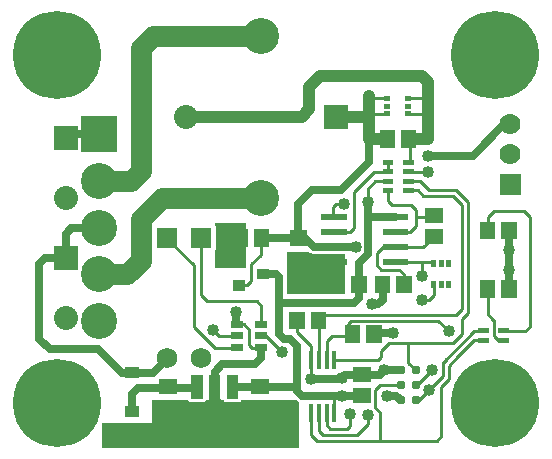
<source format=gtl>
G04 start of page 2 for group 0 idx 0 *
G04 Title: (unknown), top *
G04 Creator: pcb 20140316 *
G04 CreationDate: Thu 21 Jan 2016 04:01:36 PM GMT UTC *
G04 For: ndholmes *
G04 Format: Gerber/RS-274X *
G04 PCB-Dimensions (mil): 1800.00 1500.00 *
G04 PCB-Coordinate-Origin: lower left *
%MOIN*%
%FSLAX25Y25*%
%LNTOP*%
%ADD36C,0.0600*%
%ADD35C,0.1285*%
%ADD34C,0.0390*%
%ADD33C,0.0380*%
%ADD32C,0.0480*%
%ADD31C,0.0200*%
%ADD30R,0.0240X0.0240*%
%ADD29R,0.0945X0.0945*%
%ADD28R,0.0360X0.0360*%
%ADD27R,0.0378X0.0378*%
%ADD26R,0.0130X0.0130*%
%ADD25C,0.0310*%
%ADD24R,0.0340X0.0340*%
%ADD23R,0.0167X0.0167*%
%ADD22R,0.0165X0.0165*%
%ADD21R,0.0200X0.0200*%
%ADD20R,0.0512X0.0512*%
%ADD19C,0.0800*%
%ADD18C,0.2937*%
%ADD17C,0.0680*%
%ADD16C,0.1200*%
%ADD15C,0.0400*%
%ADD14C,0.0100*%
%ADD13C,0.0700*%
%ADD12C,0.0250*%
%ADD11C,0.0001*%
G54D11*G36*
X93500Y67500D02*X100818D01*
X100847Y67471D01*
X100904Y67404D01*
X101173Y67174D01*
X101173Y67174D01*
X101361Y67059D01*
X101475Y66989D01*
X101803Y66854D01*
X102147Y66771D01*
X102147D01*
X102500Y66743D01*
X102588Y66750D01*
X113000D01*
Y53500D01*
X93500D01*
Y67500D01*
G37*
G36*
X52000Y2000D02*X32000D01*
Y10500D01*
X52000D01*
Y2000D01*
G37*
G36*
X48500D02*Y18000D01*
X60579D01*
X60631Y17874D01*
X60730Y17713D01*
X60853Y17570D01*
X60996Y17447D01*
X61158Y17348D01*
X61332Y17276D01*
X61516Y17232D01*
X61704Y17221D01*
X65672Y17232D01*
X65856Y17276D01*
X66030Y17348D01*
X66192Y17447D01*
X66335Y17570D01*
X66458Y17713D01*
X66556Y17874D01*
X66609Y18000D01*
X67306D01*
X67354Y17803D01*
X67489Y17475D01*
X67674Y17173D01*
X67904Y16904D01*
X68173Y16674D01*
X68475Y16489D01*
X68803Y16354D01*
X69147Y16271D01*
X69500Y16243D01*
X69853Y16271D01*
X70197Y16354D01*
X70525Y16489D01*
X70827Y16674D01*
X71096Y16904D01*
X71326Y17173D01*
X71511Y17475D01*
X71646Y17803D01*
X71694Y18000D01*
X72391D01*
X72443Y17874D01*
X72542Y17713D01*
X72665Y17570D01*
X72808Y17447D01*
X72970Y17348D01*
X73144Y17276D01*
X73328Y17232D01*
X73516Y17221D01*
X77484Y17232D01*
X77668Y17276D01*
X77842Y17348D01*
X78004Y17447D01*
X78147Y17570D01*
X78270Y17713D01*
X78368Y17874D01*
X78421Y18000D01*
X93000D01*
Y2000D01*
X48500D01*
G37*
G36*
X53000D02*Y18000D01*
X60579D01*
X60631Y17874D01*
X60730Y17713D01*
X60853Y17570D01*
X60996Y17447D01*
X61158Y17348D01*
X61332Y17276D01*
X61516Y17232D01*
X61704Y17221D01*
X65672Y17232D01*
X65856Y17276D01*
X66030Y17348D01*
X66192Y17447D01*
X66335Y17570D01*
X66458Y17713D01*
X66556Y17874D01*
X66609Y18000D01*
X67306D01*
X67354Y17803D01*
X67489Y17475D01*
X67674Y17173D01*
X67904Y16904D01*
X68173Y16674D01*
X68475Y16489D01*
X68803Y16354D01*
X69147Y16271D01*
X69500Y16243D01*
X69853Y16271D01*
X70197Y16354D01*
X70525Y16489D01*
X70827Y16674D01*
X71096Y16904D01*
X71326Y17173D01*
X71511Y17475D01*
X71646Y17803D01*
X71694Y18000D01*
X72391D01*
X72443Y17874D01*
X72542Y17713D01*
X72665Y17570D01*
X72808Y17447D01*
X72970Y17348D01*
X73144Y17276D01*
X73328Y17232D01*
X73516Y17221D01*
X77484Y17232D01*
X77668Y17276D01*
X77842Y17348D01*
X78004Y17447D01*
X78147Y17570D01*
X78270Y17713D01*
X78368Y17874D01*
X78421Y18000D01*
X96818D01*
X96847Y17971D01*
X96904Y17904D01*
X97173Y17674D01*
X97173Y17674D01*
X97410Y17529D01*
X97475Y17489D01*
X97500Y17479D01*
Y2000D01*
X53000D01*
G37*
G36*
X80000Y62000D02*X69500D01*
Y67578D01*
X69617Y67716D01*
X69741Y67917D01*
X69831Y68135D01*
X69886Y68365D01*
X69900Y68600D01*
X69886Y75635D01*
X69831Y75865D01*
X69741Y76083D01*
X69617Y76284D01*
X69500Y76422D01*
Y77000D01*
X80000D01*
Y62000D01*
G37*
G54D12*X42000Y14184D02*Y20000D01*
X44000Y22000D01*
X54000Y32000D02*X49000Y27000D01*
X42084D01*
X42000Y27084D01*
X43000Y27000D02*X38500D01*
X30500Y35000D01*
X26000D01*
X27000D02*X14500D01*
X11000Y38500D01*
X44000Y22000D02*X63236D01*
X63594Y22358D01*
X31000Y106700D02*X21200D01*
X20000Y105500D01*
G54D13*X45000Y94500D02*Y135500D01*
X49000Y139500D01*
X52000Y85500D02*X85000D01*
G54D14*Y71957D02*X85043Y72000D01*
G54D12*X20000Y73500D02*X22000Y75500D01*
X31000D01*
X20000Y73500D02*X21750Y75250D01*
G54D13*X40400Y59900D02*X45000Y64500D01*
G54D14*X54000Y71500D02*X62500Y63000D01*
Y42500D01*
X69500Y35500D01*
X65000Y72000D02*Y53000D01*
X67000Y51000D01*
G54D12*X29800Y45500D02*X31000Y44300D01*
G54D13*Y91100D02*X41600D01*
X45000Y94500D01*
X31000Y59900D02*X40400D01*
X45000Y64500D02*Y78500D01*
X52000Y85500D01*
G54D14*X54000Y72000D02*Y71500D01*
G54D12*X11000Y41000D02*Y63500D01*
Y38500D02*Y46500D01*
Y63500D02*X13000Y65500D01*
X20000D01*
Y73500D01*
G54D14*X77500Y56200D02*X80200D01*
X85000Y66500D02*Y71957D01*
X80200Y56200D02*X81750Y57750D01*
Y63250D01*
X85000Y66500D01*
Y68000D01*
X67000Y51000D02*X74500D01*
X74000D02*X83500D01*
X76700Y39500D02*X76800Y39400D01*
X69500Y35500D02*X76800D01*
X82000D02*X85000D01*
X76700Y39500D02*X71000D01*
X69000Y41500D01*
X81000D02*Y36500D01*
X82000Y35500D01*
G54D12*X91000Y51000D02*Y40000D01*
X92500Y38500D01*
X94500D01*
G54D14*X85000Y39400D02*X86600D01*
X76800Y43300D02*X79200D01*
X81000Y41500D01*
X83500Y51000D02*X85000Y49500D01*
Y43300D01*
G54D12*X76500Y47500D02*Y43300D01*
G54D13*X49000Y139500D02*X85000D01*
G54D15*X60000Y112500D02*X97000D01*
X98500D02*X93500D01*
X111000Y126000D02*X138500D01*
X140500Y124000D01*
X114500Y126000D02*X104500D01*
X101000Y122500D01*
X110000Y112500D02*X121000D01*
G54D14*X121440Y118560D02*X121000Y119000D01*
X121940Y113440D02*X121000Y112500D01*
G54D15*X101000Y122500D02*Y115000D01*
X98500Y112500D01*
X121000D02*Y119500D01*
Y105000D01*
G54D14*X126987Y118560D02*X121440D01*
X126987Y113440D02*X121940D01*
G54D12*X168000Y110000D02*X166000D01*
X155500Y99500D01*
X140500D01*
G54D15*Y124000D02*Y105000D01*
G54D14*X134013Y118560D02*X140060D01*
X140500Y119000D01*
X134013Y113440D02*X140440D01*
X140500Y113500D01*
G54D15*X121000Y105000D02*X127000D01*
G54D14*X127304Y97299D02*Y94150D01*
X122650D01*
G54D12*X121000Y97500D02*Y105500D01*
G54D14*X123000Y91000D02*X127304D01*
Y91000D01*
X122650Y94150D02*X116000Y87500D01*
X120500Y88500D02*X123000Y91000D01*
G54D15*X140500Y105000D02*X134086D01*
G54D14*X134500D02*Y97799D01*
G54D12*X111500Y88000D02*X121000Y97500D01*
G54D14*X134000Y94150D02*X140350D01*
X140500Y94000D01*
X134000Y91000D02*X138000D01*
X134000Y87851D02*X137149D01*
X138000Y91000D02*X141000Y88000D01*
G54D12*X97500Y20500D02*X98500Y19500D01*
X110500D01*
G54D14*X101662Y25338D02*X102000Y25000D01*
G54D12*X101500D02*X111500D01*
X113000Y26500D01*
G54D14*X101662Y31358D02*Y25338D01*
X106779Y34721D02*Y37779D01*
G54D12*X97000Y36000D02*Y21000D01*
G54D14*X86600Y39400D02*X92000Y34000D01*
G54D12*X85000Y35500D02*Y32000D01*
X83000Y30000D01*
X97000Y21000D02*X98500Y19500D01*
X75406Y22358D02*X96858D01*
X83000Y30000D02*X72000D01*
X69500Y27500D01*
Y18500D01*
X96858Y22358D02*X97000Y22500D01*
G54D14*X104221Y31358D02*Y39178D01*
X96957Y44500D02*Y40543D01*
X101500Y36000D01*
G54D12*X94500Y38500D02*X97000Y36000D01*
G54D14*X104221Y37721D02*Y44322D01*
X104043Y44500D01*
X106043Y46500D02*X104043Y44500D01*
X106779Y37779D02*X108500Y39500D01*
X101500Y36000D02*Y31520D01*
X101662Y31358D01*
X106779D02*Y35779D01*
X108500Y39500D02*X113957D01*
Y43457D01*
X115000Y44500D01*
G54D12*X99500Y72000D02*X102500Y69000D01*
X97371Y72043D02*Y83371D01*
X102000Y88000D01*
X111500D01*
X99500Y72000D02*X85043D01*
X97371Y72043D02*X97707Y71707D01*
G54D14*X127304Y79196D02*X127500Y79000D01*
X129750Y74000D02*X134500D01*
X136500Y76000D01*
G54D12*X129750Y79000D02*X120750D01*
G54D14*X136500Y76000D02*Y81500D01*
X135000Y83000D01*
X131500D01*
X127304Y87851D02*Y84196D01*
X128500Y83000D01*
X134000D01*
X120500Y84000D02*Y88500D01*
X136500Y79000D02*X141914D01*
X142500Y79586D01*
X137149Y87851D02*X139000Y86000D01*
X149000D01*
X152000Y83000D01*
X141000Y88000D02*X150000D01*
X154000Y84000D01*
X138500Y51500D02*X141000D01*
X138500Y59500D02*Y64000D01*
X141000Y51500D02*X142500Y53000D01*
X111500Y46500D02*X150000D01*
X152000Y48500D01*
Y52000D01*
X142500Y53000D02*Y56426D01*
X142440Y56487D01*
X152000Y45000D02*X154000Y47000D01*
Y50000D01*
X129750Y64000D02*X141954D01*
X142440Y63513D01*
X129750Y69000D02*X125500D01*
X123500Y67000D01*
X128500Y69000D02*X139000D01*
X142500Y72500D01*
X123500Y67000D02*Y63000D01*
G54D12*X117543Y63543D02*X120750Y66750D01*
G54D14*X125000Y61500D02*X131000D01*
X132500Y60000D01*
Y56543D01*
X132543Y56500D01*
G54D12*X91500Y50500D02*X116000D01*
X85700Y60100D02*X89900D01*
X91000Y59000D01*
Y50000D01*
X116000Y50500D02*X117500Y52000D01*
Y56457D01*
X117543Y56500D01*
Y63543D01*
X122000Y50000D02*X124000D01*
X125500Y51500D01*
Y56457D01*
X125457Y56500D01*
G54D14*X123500Y63000D02*X125000Y61500D01*
X114500Y46500D02*X106043D01*
X152000Y83000D02*Y48500D01*
X154000Y84000D02*Y48500D01*
G54D12*X167543Y74500D02*Y55000D01*
G54D14*X160457Y74500D02*Y78957D01*
X162500Y81000D01*
X160457Y55000D02*Y46543D01*
X162500Y44500D01*
X161500Y45500D01*
X162500Y81000D02*X172500D01*
X174500Y79000D01*
Y46000D01*
Y42500D02*Y49000D01*
G54D12*X102500Y69000D02*X108250D01*
X106500D02*X116500D01*
G54D14*X109250Y74000D02*X114500D01*
X116000Y75500D01*
Y85000D01*
Y87500D02*Y83000D01*
X112500Y83500D02*X110000D01*
X109000Y82500D01*
Y79250D01*
X109250Y79000D01*
G54D12*X120750Y66750D02*Y83750D01*
X120500Y84000D01*
G54D14*X109338Y31358D02*X120358D01*
X119000D02*X123858D01*
X125000Y32500D01*
G54D12*X126000Y28000D02*X124500Y26500D01*
X118543D01*
X118500Y26543D01*
X113000Y26500D02*X118500D01*
X118522Y26522D01*
G54D14*X131500Y23000D02*X124500D01*
X123000Y21500D01*
X104221Y13642D02*Y7779D01*
Y8221D02*Y7779D01*
X105500Y6500D01*
X101662Y13642D02*Y6338D01*
X103500Y4500D01*
X106779Y13642D02*Y10221D01*
X114500Y9500D02*Y13500D01*
X120500Y10000D02*Y13000D01*
X124500Y14000D02*Y10500D01*
X109338Y13642D02*Y19162D01*
X109000Y19500D01*
G54D12*X105500D02*X118457D01*
X118500Y19457D01*
G54D14*X106779Y10721D02*Y9721D01*
X108000Y8500D01*
X103500Y4500D02*X118000D01*
X108000Y8500D02*X113500D01*
X105500Y6500D02*X117000D01*
X113500Y8500D02*X114500Y9500D01*
X117000Y6500D02*X120500Y10000D01*
X118500Y4500D02*X112500D01*
X124500Y11500D02*Y4500D01*
X117500D02*X128500D01*
X129000Y37000D02*X144500D01*
X136500Y28000D02*X134000Y30500D01*
Y37000D01*
X144000Y44500D02*X147500Y41000D01*
X143500Y37000D02*X149000D01*
X165848Y37925D02*X164075D01*
X162500Y39500D01*
X149000Y37000D02*X152000Y40000D01*
X159152Y41075D02*X156075D01*
X159152Y37925D02*X155925D01*
X150000Y32000D01*
X157000Y41075D02*X156075D01*
X145500Y30500D01*
X152000Y40000D02*Y45000D01*
X162500Y39500D02*Y44500D01*
X165848Y41075D02*X173075D01*
X174500Y42500D01*
X145500Y30500D02*X146750Y31750D01*
X151000Y33000D02*X147500Y29500D01*
G54D12*X131500Y28000D02*X126000D01*
G54D14*X115000Y44500D02*X144000D01*
X125000Y32500D02*Y34500D01*
X127500Y37000D01*
X130500D01*
G54D12*X128500Y40500D02*X123543D01*
X127000Y19500D02*X130000D01*
G54D14*X123000Y21500D02*Y15500D01*
X124500Y14000D01*
G54D12*X130000Y19500D02*X131500Y18000D01*
G54D14*X136500D02*X137500D01*
X136500Y23000D02*X137000D01*
X142000Y28000D01*
X143500Y24000D02*X137500Y18000D01*
X143000Y23500D02*X145500Y26000D01*
Y30500D01*
X147500Y29500D02*Y25000D01*
X145000Y22500D01*
X146000Y23500D01*
X127000Y4500D02*X143500D01*
X145000Y6000D01*
Y22500D01*
G54D11*G36*
X106000Y116500D02*Y108500D01*
X114000D01*
Y116500D01*
X106000D01*
G37*
G54D16*X85000Y85500D03*
Y139500D03*
G54D17*X53500Y32000D03*
X65000D03*
G54D18*X163000Y133000D03*
G54D11*G36*
X164500Y93500D02*Y86500D01*
X171500D01*
Y93500D01*
X164500D01*
G37*
G54D13*X168000Y100000D03*
Y110000D03*
G54D18*X163000Y17000D03*
G54D11*G36*
X61600Y75400D02*Y68600D01*
X68400D01*
Y75400D01*
X61600D01*
G37*
G54D19*X60000Y112500D03*
G54D18*X17000Y133000D03*
G54D11*G36*
X25000Y112700D02*Y100700D01*
X37000D01*
Y112700D01*
X25000D01*
G37*
G54D16*X31000Y91100D03*
G54D11*G36*
X16000Y109500D02*Y101500D01*
X24000D01*
Y109500D01*
X16000D01*
G37*
G54D18*X17000Y17000D03*
G54D16*X31000Y75500D03*
Y59900D03*
Y44300D03*
G54D11*G36*
X16000Y69500D02*Y61500D01*
X24000D01*
Y69500D01*
X16000D01*
G37*
G54D19*X20000Y45500D03*
Y85500D03*
G54D11*G36*
X50100Y75400D02*Y68600D01*
X56900D01*
Y75400D01*
X50100D01*
G37*
G54D20*X142107Y72500D02*X142893D01*
X142107Y79586D02*X142893D01*
G54D21*X126500Y69000D02*X133000D01*
X126500Y74000D02*X133000D01*
X126500Y79000D02*X133000D01*
G54D22*X145000Y63740D02*Y63287D01*
X142440Y63740D02*Y63287D01*
G54D20*X134086Y105393D02*Y104607D01*
X127000Y105393D02*Y104607D01*
G54D22*X126760Y118560D02*X127213D01*
X126760Y116000D02*X127213D01*
X126760Y113440D02*X127213D01*
X133787D02*X134240D01*
X133787Y116000D02*X134240D01*
X133787Y118560D02*X134240D01*
G54D23*X126369Y97299D02*X128239D01*
X126369Y94150D02*X128239D01*
X126369Y91000D02*X128239D01*
X126369Y87851D02*X128239D01*
X133065D02*X134935D01*
X133065Y91000D02*X134935D01*
X133065Y94150D02*X134935D01*
X133065Y97299D02*X134935D01*
G54D22*X142440Y56713D02*Y56260D01*
X145000Y56713D02*Y56260D01*
X147560Y56713D02*Y56260D01*
G54D20*X167543Y55393D02*Y54607D01*
X160457Y55393D02*Y54607D01*
G54D22*X147560Y63740D02*Y63287D01*
G54D20*X167543Y74893D02*Y74107D01*
X160457Y74893D02*Y74107D01*
G54D23*X158217Y41075D02*X160087D01*
X164913D02*X166783D01*
X158217Y37925D02*X160087D01*
X164913D02*X166783D01*
G54D20*X125457Y56893D02*Y56107D01*
X132543Y56893D02*Y56107D01*
G54D21*X126500Y64000D02*X133000D01*
G54D20*X117543Y56893D02*Y56107D01*
X110457Y56893D02*Y56107D01*
G54D21*X106000Y79000D02*X112500D01*
X106000Y74000D02*X112500D01*
X106000Y69000D02*X112500D01*
X106000Y64000D02*X112500D01*
G54D20*X97021Y72000D02*X97807D01*
X97021Y64914D02*X97807D01*
G54D24*X77200Y64000D02*X77800D01*
X77200Y56200D02*X77800D01*
X85400Y60100D02*X86000D01*
G54D20*X77957Y72393D02*Y71607D01*
X85043Y72393D02*Y71607D01*
X118107Y19457D02*X118893D01*
X118107Y26543D02*X118893D01*
G54D25*X136500Y18000D03*
X131500D03*
X136500Y23000D03*
X131500D03*
X136500Y28000D03*
X131500D03*
G54D26*X101662Y15945D02*Y11339D01*
X104221Y15945D02*Y11339D01*
X106779Y15945D02*Y11339D01*
X109338Y15945D02*Y11339D01*
G54D27*X75406Y24405D02*Y20311D01*
X69500Y24405D02*Y12595D01*
X63594Y24405D02*Y20311D01*
G54D20*X53607Y22543D02*X54393D01*
X53607Y15457D02*X54393D01*
G54D28*X41400Y27084D02*X42600D01*
X41400Y14184D02*X42600D01*
G54D29*X69500Y10861D02*Y8971D01*
G54D11*G36*
X71385Y18426D02*X74225Y15586D01*
X72805Y14166D01*
X69965Y17006D01*
X71385Y18426D01*
G37*
G36*
X64775Y15586D02*X67615Y18426D01*
X69035Y17006D01*
X66195Y14166D01*
X64775Y15586D01*
G37*
G54D20*X84107Y22543D02*X84893D01*
X84107Y15457D02*X84893D01*
X96957Y44893D02*Y44107D01*
X104043Y44893D02*Y44107D01*
G54D26*X109338Y33661D02*Y29055D01*
X106779Y33661D02*Y29055D01*
X104221Y33661D02*Y29055D01*
X101662Y33661D02*Y29055D01*
G54D20*X115457Y40393D02*Y39607D01*
X122543Y40393D02*Y39607D01*
G54D30*X84200Y35500D02*X85800D01*
X84200Y39400D02*X85800D01*
X76000D02*X77600D01*
X76000Y35500D02*X77600D01*
X84200Y43300D02*X85800D01*
X76000D02*X77600D01*
G54D15*X122000Y50000D03*
X138500Y51500D03*
X103000Y57500D03*
X138500Y59500D03*
X129000Y40500D03*
X147500Y41000D03*
X116500Y69000D03*
X112500Y83500D03*
X120500Y84000D03*
X140500Y94000D03*
X167500Y68000D03*
Y61500D03*
X140500Y99500D03*
X97500Y57500D03*
X72500Y72000D03*
Y66500D03*
X101500Y25000D03*
X61000Y10000D03*
Y5000D03*
X78000Y10000D03*
Y5000D03*
X92500D03*
X142000Y28000D03*
X112000Y19500D03*
X127000D03*
X141000Y21500D03*
X126000Y28000D03*
X112000Y25500D03*
X120500Y13000D03*
X114500Y13500D03*
X47500Y5000D03*
X69000Y41500D03*
X76500Y47500D03*
X92000Y34000D03*
G54D31*G54D32*G54D17*G54D33*G54D34*G54D33*G54D35*G54D34*G54D35*G54D33*G54D32*G54D35*G54D36*G54D32*G54D35*G54D36*G54D32*G54D33*M02*

</source>
